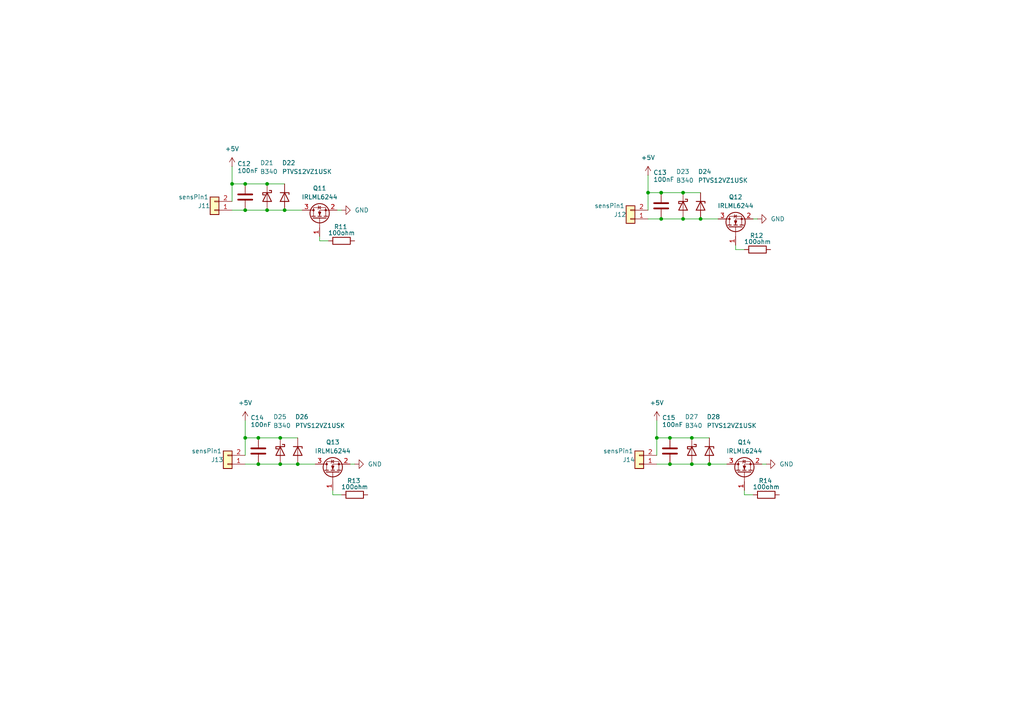
<source format=kicad_sch>
(kicad_sch (version 20231120) (generator "eeschema") (generator_version "8.0")
  (paper "A4")
  (lib_symbols
    (symbol "Connector_Generic:Conn_01x02" (pin_names (offset 1.016) hide)
      (property "Reference" "J" (at 0 2.54 0))
      (property "Value" "Conn_01x02" (at 0 -5.08 0))
      (symbol "Conn_01x02_1_1"
        (rectangle (start -1.27 -2.413) (end 0 -2.667) (stroke (width 0.1524)))
        (rectangle (start -1.27 0.127) (end 0 -0.127) (stroke (width 0.1524)))
        (rectangle (start -1.27 1.27) (end 1.27 -3.81) (stroke (width 0.254)) (fill (type background)))
        (pin passive line (at -5.08 0 0) (length 3.81) (name "Pin_1") (number "1"))
        (pin passive line (at -5.08 -2.54 0) (length 3.81) (name "Pin_2") (number "2"))
      )
    )
    (symbol "Device:C" (pin_numbers hide) (pin_names (offset 0.254))
      (property "Reference" "C" (at 0.635 2.54 0))
      (property "Value" "C" (at 0.635 -2.54 0))
      (symbol "C_0_1"
        (polyline (pts (xy -2.032 -0.762) (xy 2.032 -0.762)) (stroke (width 0.508)))
        (polyline (pts (xy -2.032 0.762) (xy 2.032 0.762)) (stroke (width 0.508)))
      )
      (symbol "C_1_1"
        (pin passive line (at 0 3.81 270) (length 2.794) (name "~") (number "1"))
        (pin passive line (at 0 -3.81 90) (length 2.794) (name "~") (number "2"))
      )
    )
    (symbol "Device:R" (pin_numbers hide) (pin_names (offset 0))
      (property "Reference" "R" (at 2.032 0 90))
      (property "Value" "R" (at 0 0 90))
      (symbol "R_0_1"
        (rectangle (start -1.016 -2.54) (end 1.016 2.54) (stroke (width 0.254)))
      )
      (symbol "R_1_1"
        (pin passive line (at 0 3.81 270) (length 1.27) (name "~") (number "1"))
        (pin passive line (at 0 -3.81 90) (length 1.27) (name "~") (number "2"))
      )
    )
    (symbol "Diode:B340" (pin_numbers hide) (pin_names (offset 1.016) hide)
      (property "Reference" "D" (at 0 2.54 0))
      (property "Value" "B340" (at 0 -2.54 0))
      (symbol "B340_0_1"
        (polyline (pts (xy 1.27 0) (xy -1.27 0)))
        (polyline (pts (xy 1.27 1.27) (xy 1.27 -1.27) (xy -1.27 0) (xy 1.27 1.27)) (stroke (width 0.254)))
        (polyline (pts (xy -1.905 0.635) (xy -1.905 1.27) (xy -1.27 1.27) (xy -1.27 -1.27) (xy -0.635 -1.27) (xy -0.635 -0.635)) (stroke (width 0.254)))
      )
      (symbol "B340_1_1"
        (pin passive line (at -3.81 0 0) (length 2.54) (name "K") (number "1"))
        (pin passive line (at 3.81 0 180) (length 2.54) (name "A") (number "2"))
      )
    )
    (symbol "Diode:PTVS12VZ1USK" (pin_numbers hide) (pin_names hide)
      (property "Reference" "D" (at 0 2.54 0))
      (property "Value" "PTVS12VZ1USK" (at 0 -2.54 0))
      (symbol "PTVS12VZ1USK_0_1"
        (polyline (pts (xy 1.27 0) (xy -1.27 0)))
        (polyline (pts (xy -1.27 -1.27) (xy -1.27 1.27) (xy -0.762 1.27)) (stroke (width 0.254)))
        (polyline (pts (xy 1.27 -1.27) (xy 1.27 1.27) (xy -1.27 0) (xy 1.27 -1.27)) (stroke (width 0.254)))
      )
      (symbol "PTVS12VZ1USK_1_1"
        (pin passive line (at -3.81 0 0) (length 2.54) (name "K") (number "1"))
        (pin passive line (at 3.81 0 180) (length 2.54) (name "A") (number "2"))
      )
    )
    (symbol "Transistor_FET:IRLML6244" (pin_names hide)
      (property "Reference" "Q" (at 5.08 1.905 0))
      (property "Value" "IRLML6244" (at 5.08 0 0))
      (symbol "IRLML6244_0_1"
        (polyline (pts (xy 0.254 0) (xy -2.54 0)))
        (polyline (pts (xy 0.254 1.905) (xy 0.254 -1.905)) (stroke (width 0.254)))
        (polyline (pts (xy 0.762 -1.27) (xy 0.762 -2.286)) (stroke (width 0.254)))
        (polyline (pts (xy 0.762 0.508) (xy 0.762 -0.508)) (stroke (width 0.254)))
        (polyline (pts (xy 0.762 2.286) (xy 0.762 1.27)) (stroke (width 0.254)))
        (polyline (pts (xy 2.54 2.54) (xy 2.54 1.778)))
        (polyline (pts (xy 2.54 -2.54) (xy 2.54 0) (xy 0.762 0)))
        (polyline (pts (xy 0.762 -1.778) (xy 3.302 -1.778) (xy 3.302 1.778) (xy 0.762 1.778)))
        (polyline (pts (xy 1.016 0) (xy 2.032 0.381) (xy 2.032 -0.381) (xy 1.016 0)) (fill (type outline)))
        (polyline (pts (xy 2.794 0.508) (xy 2.921 0.381) (xy 3.683 0.381) (xy 3.81 0.254)))
        (polyline (pts (xy 3.302 0.381) (xy 2.921 -0.254) (xy 3.683 -0.254) (xy 3.302 0.381)))
        (circle (center 1.651 0) (radius 2.794) (stroke (width 0.254)))
        (circle (center 2.54 -1.778) (radius 0.254) (fill (type outline)))
        (circle (center 2.54 1.778) (radius 0.254) (fill (type outline)))
      )
      (symbol "IRLML6244_1_1"
        (pin input line (at -5.08 0 0) (length 2.54) (name "G") (number "1"))
        (pin passive line (at 2.54 -5.08 90) (length 2.54) (name "S") (number "2"))
        (pin passive line (at 2.54 5.08 270) (length 2.54) (name "D") (number "3"))
      )
    )
    (symbol "power:+5V" (power) (pin_numbers hide) (pin_names (offset 0) hide)
      (property "Value" "+5V" (at 0 3.556 0))
      (symbol "+5V_0_1"
        (polyline (pts (xy -0.762 1.27) (xy 0 2.54)))
        (polyline (pts (xy 0 0) (xy 0 2.54)))
        (polyline (pts (xy 0 2.54) (xy 0.762 1.27)))
      )
      (symbol "+5V_1_1"
        (pin power_in line (at 0 0 90) (length 0) (name "~") (number "1"))
      )
    )
    (symbol "power:GND" (power) (pin_numbers hide) (pin_names (offset 0) hide)
      (property "Value" "GND" (at 0 -3.81 0))
      (symbol "GND_0_1"
        (polyline (pts (xy 0 0) (xy 0 -1.27) (xy 1.27 -1.27) (xy 0 -2.54) (xy -1.27 -1.27) (xy 0 -1.27)))
      )
      (symbol "GND_1_1"
        (pin power_in line (at 0 0 270) (length 0) (name "~") (number "1"))
      )
    )
  )
  (junction (at 81.28 127))
  (junction (at 71.12 53.34))
  (junction (at 191.77 55.88))
  (junction (at 198.12 63.5))
  (junction (at 86.36 134.62))
  (junction (at 82.55 60.96))
  (junction (at 74.93 134.62))
  (junction (at 81.28 134.62))
  (junction (at 191.77 63.5))
  (junction (at 200.66 127))
  (junction (at 200.66 134.62))
  (junction (at 71.12 60.96))
  (junction (at 190.5 127))
  (junction (at 194.31 134.62))
  (junction (at 203.2 63.5))
  (junction (at 71.12 127))
  (junction (at 67.31 53.34))
  (junction (at 74.93 127))
  (junction (at 77.47 60.96))
  (junction (at 194.31 127))
  (junction (at 187.96 55.88))
  (junction (at 198.12 55.88))
  (junction (at 205.74 134.62))
  (junction (at 77.47 53.34))
  (wire (pts (xy 71.12 127) (xy 74.93 127)))
  (wire (pts (xy 219.71 63.5) (xy 218.44 63.5)))
  (wire (pts (xy 215.9 72.39) (xy 213.36 72.39)))
  (wire (pts (xy 74.93 134.62) (xy 81.28 134.62)))
  (wire (pts (xy 190.5 127) (xy 194.31 127)))
  (wire (pts (xy 198.12 55.88) (xy 203.2 55.88)))
  (wire (pts (xy 86.36 134.62) (xy 91.44 134.62)))
  (wire (pts (xy 81.28 127) (xy 86.36 127)))
  (wire (pts (xy 77.47 60.96) (xy 82.55 60.96)))
  (wire (pts (xy 191.77 63.5) (xy 198.12 63.5)))
  (wire (pts (xy 67.31 48.26) (xy 67.31 53.34)))
  (wire (pts (xy 82.55 60.96) (xy 87.63 60.96)))
  (wire (pts (xy 67.31 53.34) (xy 67.31 58.42)))
  (wire (pts (xy 203.2 63.5) (xy 208.28 63.5)))
  (wire (pts (xy 102.87 134.62) (xy 101.6 134.62)))
  (wire (pts (xy 99.06 60.96) (xy 97.79 60.96)))
  (wire (pts (xy 198.12 63.5) (xy 203.2 63.5)))
  (wire (pts (xy 187.96 55.88) (xy 191.77 55.88)))
  (wire (pts (xy 190.5 121.92) (xy 190.5 127)))
  (wire (pts (xy 194.31 127) (xy 200.66 127)))
  (wire (pts (xy 81.28 134.62) (xy 86.36 134.62)))
  (wire (pts (xy 187.96 50.8) (xy 187.96 55.88)))
  (wire (pts (xy 77.47 53.34) (xy 82.55 53.34)))
  (wire (pts (xy 71.12 127) (xy 71.12 132.08)))
  (wire (pts (xy 190.5 134.62) (xy 194.31 134.62)))
  (wire (pts (xy 67.31 53.34) (xy 71.12 53.34)))
  (wire (pts (xy 71.12 121.92) (xy 71.12 127)))
  (wire (pts (xy 200.66 127) (xy 205.74 127)))
  (wire (pts (xy 222.25 134.62) (xy 220.98 134.62)))
  (wire (pts (xy 67.31 60.96) (xy 71.12 60.96)))
  (wire (pts (xy 205.74 134.62) (xy 210.82 134.62)))
  (wire (pts (xy 187.96 63.5) (xy 191.77 63.5)))
  (wire (pts (xy 215.9 143.51) (xy 215.9 142.24)))
  (wire (pts (xy 99.06 143.51) (xy 96.52 143.51)))
  (wire (pts (xy 218.44 143.51) (xy 215.9 143.51)))
  (wire (pts (xy 194.31 134.62) (xy 200.66 134.62)))
  (wire (pts (xy 213.36 72.39) (xy 213.36 71.12)))
  (wire (pts (xy 190.5 127) (xy 190.5 132.08)))
  (wire (pts (xy 95.25 69.85) (xy 92.71 69.85)))
  (wire (pts (xy 92.71 69.85) (xy 92.71 68.58)))
  (wire (pts (xy 200.66 134.62) (xy 205.74 134.62)))
  (wire (pts (xy 96.52 143.51) (xy 96.52 142.24)))
  (wire (pts (xy 71.12 60.96) (xy 77.47 60.96)))
  (wire (pts (xy 187.96 55.88) (xy 187.96 60.96)))
  (wire (pts (xy 191.77 55.88) (xy 198.12 55.88)))
  (wire (pts (xy 74.93 127) (xy 81.28 127)))
  (wire (pts (xy 71.12 134.62) (xy 74.93 134.62)))
  (wire (pts (xy 71.12 53.34) (xy 77.47 53.34)))
  (symbol (lib_id "Diode:B340") (at 198.12 59.69 270) (unit 1)
    (property "Reference" "D23" (at 196.088 49.784 90) (effects (justify left)))
    (property "Value" "B340" (at 196.088 52.324 90) (effects (justify left)))
    (property "Footprint" "Diode_SMD:D_SMC" (effects (hide yes)))
    (property "Datasheet" "http://www.jameco.com/Jameco/Products/ProdDS/1538777.pdf" (effects (hide yes)))
    (property "Description" "40V 3A Schottky Barrier Rectifier Diode, SMC" (effects (hide yes)))
  )
  (symbol (lib_id "power:GND") (at 219.71 63.5 90) (unit 1)
    (property "Reference" "#PWR021" (effects (hide yes)))
    (property "Value" "GND" (at 223.52 63.4999 90) (effects (justify right)))
    (property "Description" "Power symbol creates a global label with name \"GND\" , ground" (effects (hide yes)))
  )
  (symbol (lib_id "Device:R") (at 222.25 143.51 270) (unit 1)
    (property "Reference" "R14" (at 221.996 139.446 90))
    (property "Value" "100ohm" (at 222.25 141.224 90))
    (property "Footprint" "Resistor_SMD:R_0603_1608Metric_Pad0.98x0.95mm_HandSolder" (effects (hide yes)))
    (property "Description" "Resistor" (effects (hide yes)))
  )
  (symbol (lib_id "power:+5V") (at 187.96 50.8 0) (unit 1)
    (property "Reference" "#PWR020" (effects (hide yes)))
    (property "Value" "+5V" (at 187.96 45.72 0))
    (property "Description" "Power symbol creates a global label with name \"+5V\"" (effects (hide yes)))
  )
  (symbol (lib_id "Diode:PTVS12VZ1USK") (at 203.2 59.69 270) (unit 1)
    (property "Reference" "D24" (at 202.438 49.784 90) (effects (justify left)))
    (property "Value" "PTVS12VZ1USK" (at 202.438 52.324 90) (effects (justify left)))
    (property "Footprint" "Diode_SMD:Nexperia_DSN1608-2_1.6x0.8mm" (effects (hide yes)))
    (property "Datasheet" "https://assets.nexperia.com/documents/data-sheet/PTVS12VZ1USK.pdf" (effects (hide yes)))
    (property "Description" "12V, 1900W TVS unidirectional diode, DSN1608-2" (effects (hide yes)))
  )
  (symbol (lib_id "Diode:B340") (at 77.47 57.15 270) (unit 1)
    (property "Reference" "D21" (at 75.438 47.244 90) (effects (justify left)))
    (property "Value" "B340" (at 75.438 49.784 90) (effects (justify left)))
    (property "Footprint" "Diode_SMD:D_SMC" (effects (hide yes)))
    (property "Datasheet" "http://www.jameco.com/Jameco/Products/ProdDS/1538777.pdf" (effects (hide yes)))
    (property "Description" "40V 3A Schottky Barrier Rectifier Diode, SMC" (effects (hide yes)))
  )
  (symbol (lib_id "Device:C") (at 194.31 130.81 0) (unit 1)
    (property "Reference" "C15" (at 192.024 121.158 0) (effects (justify left)))
    (property "Value" "100nF" (at 192.024 123.19 0) (effects (justify left)))
    (property "Footprint" "Capacitor_SMD:C_0603_1608Metric_Pad1.08x0.95mm_HandSolder" (effects (hide yes)))
    (property "Description" "Unpolarized capacitor" (effects (hide yes)))
  )
  (symbol (lib_id "power:GND") (at 102.87 134.62 90) (unit 1)
    (property "Reference" "#PWR023" (effects (hide yes)))
    (property "Value" "GND" (at 106.68 134.6199 90) (effects (justify right)))
    (property "Description" "Power symbol creates a global label with name \"GND\" , ground" (effects (hide yes)))
  )
  (symbol (lib_id "Connector_Generic:Conn_01x02") (at 66.04 134.62 180) (unit 1)
    (property "Reference" "J13" (at 62.992 133.35 0))
    (property "Value" "sensPin1" (at 59.944 130.81 0))
    (property "Footprint" "Connector_JST:JST_XH_S2B-XH-A_1x02_P2.50mm_Horizontal" (effects (hide yes)))
    (property "Description" "Generic connector, single row, 01x02, script generated (kicad-library-utils/schlib/autogen/connector/)" (effects (hide yes)))
  )
  (symbol (lib_id "Transistor_FET:IRLML6244") (at 215.9 137.16 90) (unit 1)
    (property "Reference" "Q14" (at 215.9 128.27 90))
    (property "Value" "IRLML6244" (at 215.9 130.81 90))
    (property "Footprint" "Package_TO_SOT_SMD:SOT-23" (effects (hide yes)))
    (property "Datasheet" "https://www.infineon.com/dgdl/Infineon-IRLML6244-DataSheet-v01_01-EN.pdf?fileId=5546d462533600a4015356686fed261f" (effects (hide yes)))
    (property "Description" "6.3A Id, 20V Vds, 21mOhm Rds, N-Channel StrongIRFET Power MOSFET, SOT-23" (effects (hide yes)))
  )
  (symbol (lib_id "power:GND") (at 222.25 134.62 90) (unit 1)
    (property "Reference" "#PWR025" (effects (hide yes)))
    (property "Value" "GND" (at 226.06 134.6199 90) (effects (justify right)))
    (property "Description" "Power symbol creates a global label with name \"GND\" , ground" (effects (hide yes)))
  )
  (symbol (lib_id "Device:R") (at 219.71 72.39 270) (unit 1)
    (property "Reference" "R12" (at 219.456 68.326 90))
    (property "Value" "100ohm" (at 219.71 70.104 90))
    (property "Footprint" "Resistor_SMD:R_0603_1608Metric_Pad0.98x0.95mm_HandSolder" (effects (hide yes)))
    (property "Description" "Resistor" (effects (hide yes)))
  )
  (symbol (lib_id "Device:R") (at 99.06 69.85 270) (unit 1)
    (property "Reference" "R11" (at 98.806 65.786 90))
    (property "Value" "100ohm" (at 99.06 67.564 90))
    (property "Footprint" "Resistor_SMD:R_0603_1608Metric_Pad0.98x0.95mm_HandSolder" (effects (hide yes)))
    (property "Description" "Resistor" (effects (hide yes)))
  )
  (symbol (lib_id "Transistor_FET:IRLML6244") (at 92.71 63.5 90) (unit 1)
    (property "Reference" "Q11" (at 92.71 54.61 90))
    (property "Value" "IRLML6244" (at 92.71 57.15 90))
    (property "Footprint" "Package_TO_SOT_SMD:SOT-23" (effects (hide yes)))
    (property "Datasheet" "https://www.infineon.com/dgdl/Infineon-IRLML6244-DataSheet-v01_01-EN.pdf?fileId=5546d462533600a4015356686fed261f" (effects (hide yes)))
    (property "Description" "6.3A Id, 20V Vds, 21mOhm Rds, N-Channel StrongIRFET Power MOSFET, SOT-23" (effects (hide yes)))
  )
  (symbol (lib_id "power:+5V") (at 71.12 121.92 0) (unit 1)
    (property "Reference" "#PWR022" (effects (hide yes)))
    (property "Value" "+5V" (at 71.12 116.84 0))
    (property "Description" "Power symbol creates a global label with name \"+5V\"" (effects (hide yes)))
  )
  (symbol (lib_id "power:+5V") (at 190.5 121.92 0) (unit 1)
    (property "Reference" "#PWR024" (effects (hide yes)))
    (property "Value" "+5V" (at 190.5 116.84 0))
    (property "Description" "Power symbol creates a global label with name \"+5V\"" (effects (hide yes)))
  )
  (symbol (lib_id "Connector_Generic:Conn_01x02") (at 182.88 63.5 180) (unit 1)
    (property "Reference" "J12" (at 179.832 62.23 0))
    (property "Value" "sensPin1" (at 176.784 59.69 0))
    (property "Footprint" "Connector_JST:JST_XH_S2B-XH-A_1x02_P2.50mm_Horizontal" (effects (hide yes)))
    (property "Description" "Generic connector, single row, 01x02, script generated (kicad-library-utils/schlib/autogen/connector/)" (effects (hide yes)))
  )
  (symbol (lib_id "Device:R") (at 102.87 143.51 270) (unit 1)
    (property "Reference" "R13" (at 102.616 139.446 90))
    (property "Value" "100ohm" (at 102.87 141.224 90))
    (property "Footprint" "Resistor_SMD:R_0603_1608Metric_Pad0.98x0.95mm_HandSolder" (effects (hide yes)))
    (property "Description" "Resistor" (effects (hide yes)))
  )
  (symbol (lib_id "Diode:PTVS12VZ1USK") (at 205.74 130.81 270) (unit 1)
    (property "Reference" "D28" (at 204.978 120.904 90) (effects (justify left)))
    (property "Value" "PTVS12VZ1USK" (at 204.978 123.444 90) (effects (justify left)))
    (property "Footprint" "Diode_SMD:Nexperia_DSN1608-2_1.6x0.8mm" (effects (hide yes)))
    (property "Datasheet" "https://assets.nexperia.com/documents/data-sheet/PTVS12VZ1USK.pdf" (effects (hide yes)))
    (property "Description" "12V, 1900W TVS unidirectional diode, DSN1608-2" (effects (hide yes)))
  )
  (symbol (lib_id "Diode:B340") (at 81.28 130.81 270) (unit 1)
    (property "Reference" "D25" (at 79.248 120.904 90) (effects (justify left)))
    (property "Value" "B340" (at 79.248 123.444 90) (effects (justify left)))
    (property "Footprint" "Diode_SMD:D_SMC" (effects (hide yes)))
    (property "Datasheet" "http://www.jameco.com/Jameco/Products/ProdDS/1538777.pdf" (effects (hide yes)))
    (property "Description" "40V 3A Schottky Barrier Rectifier Diode, SMC" (effects (hide yes)))
  )
  (symbol (lib_id "Diode:B340") (at 200.66 130.81 270) (unit 1)
    (property "Reference" "D27" (at 198.628 120.904 90) (effects (justify left)))
    (property "Value" "B340" (at 198.628 123.444 90) (effects (justify left)))
    (property "Footprint" "Diode_SMD:D_SMC" (effects (hide yes)))
    (property "Datasheet" "http://www.jameco.com/Jameco/Products/ProdDS/1538777.pdf" (effects (hide yes)))
    (property "Description" "40V 3A Schottky Barrier Rectifier Diode, SMC" (effects (hide yes)))
  )
  (symbol (lib_id "Device:C") (at 74.93 130.81 0) (unit 1)
    (property "Reference" "C14" (at 72.644 121.158 0) (effects (justify left)))
    (property "Value" "100nF" (at 72.644 123.19 0) (effects (justify left)))
    (property "Footprint" "Capacitor_SMD:C_0603_1608Metric_Pad1.08x0.95mm_HandSolder" (effects (hide yes)))
    (property "Description" "Unpolarized capacitor" (effects (hide yes)))
  )
  (symbol (lib_id "Connector_Generic:Conn_01x02") (at 62.23 60.96 180) (unit 1)
    (property "Reference" "J11" (at 59.182 59.69 0))
    (property "Value" "sensPin1" (at 56.134 57.15 0))
    (property "Footprint" "Connector_JST:JST_XH_S2B-XH-A_1x02_P2.50mm_Horizontal" (effects (hide yes)))
    (property "Description" "Generic connector, single row, 01x02, script generated (kicad-library-utils/schlib/autogen/connector/)" (effects (hide yes)))
  )
  (symbol (lib_id "Device:C") (at 191.77 59.69 0) (unit 1)
    (property "Reference" "C13" (at 189.484 50.038 0) (effects (justify left)))
    (property "Value" "100nF" (at 189.484 52.07 0) (effects (justify left)))
    (property "Footprint" "Capacitor_SMD:C_0603_1608Metric_Pad1.08x0.95mm_HandSolder" (effects (hide yes)))
    (property "Description" "Unpolarized capacitor" (effects (hide yes)))
  )
  (symbol (lib_id "power:GND") (at 99.06 60.96 90) (unit 1)
    (property "Reference" "#PWR019" (effects (hide yes)))
    (property "Value" "GND" (at 102.87 60.9599 90) (effects (justify right)))
    (property "Description" "Power symbol creates a global label with name \"GND\" , ground" (effects (hide yes)))
  )
  (symbol (lib_id "Transistor_FET:IRLML6244") (at 96.52 137.16 90) (unit 1)
    (property "Reference" "Q13" (at 96.52 128.27 90))
    (property "Value" "IRLML6244" (at 96.52 130.81 90))
    (property "Footprint" "Package_TO_SOT_SMD:SOT-23" (effects (hide yes)))
    (property "Datasheet" "https://www.infineon.com/dgdl/Infineon-IRLML6244-DataSheet-v01_01-EN.pdf?fileId=5546d462533600a4015356686fed261f" (effects (hide yes)))
    (property "Description" "6.3A Id, 20V Vds, 21mOhm Rds, N-Channel StrongIRFET Power MOSFET, SOT-23" (effects (hide yes)))
  )
  (symbol (lib_id "Device:C") (at 71.12 57.15 0) (unit 1)
    (property "Reference" "C12" (at 68.834 47.498 0) (effects (justify left)))
    (property "Value" "100nF" (at 68.834 49.53 0) (effects (justify left)))
    (property "Footprint" "Capacitor_SMD:C_0603_1608Metric_Pad1.08x0.95mm_HandSolder" (effects (hide yes)))
    (property "Description" "Unpolarized capacitor" (effects (hide yes)))
  )
  (symbol (lib_id "Diode:PTVS12VZ1USK") (at 86.36 130.81 270) (unit 1)
    (property "Reference" "D26" (at 85.598 120.904 90) (effects (justify left)))
    (property "Value" "PTVS12VZ1USK" (at 85.598 123.444 90) (effects (justify left)))
    (property "Footprint" "Diode_SMD:Nexperia_DSN1608-2_1.6x0.8mm" (effects (hide yes)))
    (property "Datasheet" "https://assets.nexperia.com/documents/data-sheet/PTVS12VZ1USK.pdf" (effects (hide yes)))
    (property "Description" "12V, 1900W TVS unidirectional diode, DSN1608-2" (effects (hide yes)))
  )
  (symbol (lib_id "Connector_Generic:Conn_01x02") (at 185.42 134.62 180) (unit 1)
    (property "Reference" "J14" (at 182.372 133.35 0))
    (property "Value" "sensPin1" (at 179.324 130.81 0))
    (property "Footprint" "Connector_JST:JST_XH_S2B-XH-A_1x02_P2.50mm_Horizontal" (effects (hide yes)))
    (property "Description" "Generic connector, single row, 01x02, script generated (kicad-library-utils/schlib/autogen/connector/)" (effects (hide yes)))
  )
  (symbol (lib_id "power:+5V") (at 67.31 48.26 0) (unit 1)
    (property "Reference" "#PWR018" (effects (hide yes)))
    (property "Value" "+5V" (at 67.31 43.18 0))
    (property "Description" "Power symbol creates a global label with name \"+5V\"" (effects (hide yes)))
  )
  (symbol (lib_id "Transistor_FET:IRLML6244") (at 213.36 66.04 90) (unit 1)
    (property "Reference" "Q12" (at 213.36 57.15 90))
    (property "Value" "IRLML6244" (at 213.36 59.69 90))
    (property "Footprint" "Package_TO_SOT_SMD:SOT-23" (effects (hide yes)))
    (property "Datasheet" "https://www.infineon.com/dgdl/Infineon-IRLML6244-DataSheet-v01_01-EN.pdf?fileId=5546d462533600a4015356686fed261f" (effects (hide yes)))
    (property "Description" "6.3A Id, 20V Vds, 21mOhm Rds, N-Channel StrongIRFET Power MOSFET, SOT-23" (effects (hide yes)))
  )
  (symbol (lib_id "Diode:PTVS12VZ1USK") (at 82.55 57.15 270) (unit 1)
    (property "Reference" "D22" (at 81.788 47.244 90) (effects (justify left)))
    (property "Value" "PTVS12VZ1USK" (at 81.788 49.784 90) (effects (justify left)))
    (property "Footprint" "Diode_SMD:Nexperia_DSN1608-2_1.6x0.8mm" (effects (hide yes)))
    (property "Datasheet" "https://assets.nexperia.com/documents/data-sheet/PTVS12VZ1USK.pdf" (effects (hide yes)))
    (property "Description" "12V, 1900W TVS unidirectional diode, DSN1608-2" (effects (hide yes)))
  )
)
</source>
